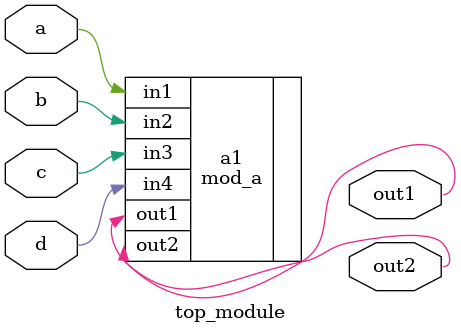
<source format=v>

module top_module ( 
    input a, 
    input b,
    input c,
    input d,
    output out1,
    output out2
);
    mod_a a1(.out1(out1), .out2(out2), .in1(a), .in2(b), .in3(c), .in4(d));
endmodule
</source>
